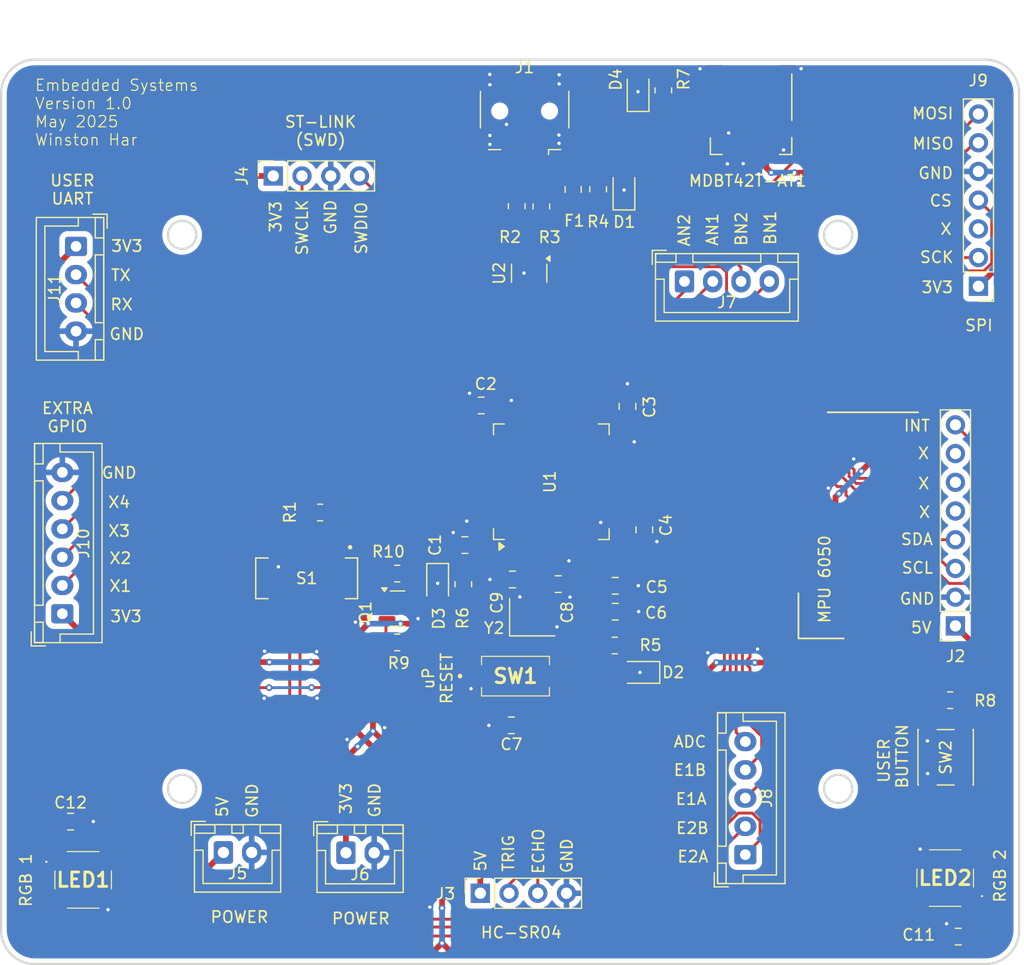
<source format=kicad_pcb>
(kicad_pcb (version 20241229) (generator "pcbnew") (generator_version "9.0")
  (layers (0 "F.Cu" signal) (2 "B.Cu" signal) (13 "F.Paste" user) (15 "B.Paste" user) (5 "F.SilkS" user "F.Silkscreen") (7 "B.SilkS" user "B.Silkscreen") (1 "F.Mask" user) (3 "B.Mask" user) (25 "Edge.Cuts" user))
  (net 0 "")
  (net 2 "/PS2_SCK")
  (net 3 "/PS2_MISO")
  (net 5 "/PS2_CS")
  (net 6 "/PS2_MOSI")
  (net 7 "Net-(U1-PA1)")
  (net 9 "/X4")
  (net 10 "/X3")
  (net 11 "/X1")
  (net 12 "/X2")
  (net 13 "/USER_TX")
  (net 16 "/USER_RX")
  (net 21 "/RESET")
  (net 28 "+3V3")
  (net 29 "GND")
  (net 33 "Net-(R1-Pad2)")
  (net 34 "/BOOT")
  (net 35 "/OSC_OUT")
  (net 36 "/OSC_IN")
  (net 37 "Net-(D1-A)")
  (net 39 "/D+")
  (net 40 "/D-")
  (net 41 "Net-(J1-VBUS)")
  (net 42 "/USB_CONN_D+")
  (net 43 "/USB_CONN_D-")
  (net 44 "Vusb")
  (net 45 "/USB_D+")
  (net 46 "/USB_D-")
  (net 47 "Net-(D2-A)")
  (net 48 "Net-(D3-A)")
  (net 49 "/USER_LED")
  (net 51 "+5V")
  (net 52 "/IMU_INT")
  (net 54 "/IMU_I2C_SCL")
  (net 56 "/IMU_I2C_SDA")
  (net 65 "Net-(D4-A)")
  (net 66 "/BL_WAKEUP")
  (net 67 "/BL_RX")
  (net 68 "/BL_TX")
  (net 69 "Net-(MDBT42T-AT1-INDICATOR)")
  (net 70 "/ULTRA_TRIG")
  (net 71 "/ULTRA_ECHO")
  (net 72 "/SWCLK")
  (net 73 "/SWDIO")
  (net 74 "/uBUTTON")
  (net 75 "/BN1")
  (net 76 "/AN1")
  (net 77 "/AN2")
  (net 78 "/BN2")
  (net 79 "/E2A")
  (net 80 "/E2B")
  (net 81 "/E1A")
  (net 82 "/E1B")
  (net 83 "/PWR_ADC")
  (net 84 "Net-(LED1-DOUT)")
  (net 85 "Net-(LED1-DIN)")
  (net 87 "/RGB_DIN")
  (footprint "Resistor_SMD:R_0805_2012Metric_Pad1.20x1.40mm_HandSolder" (layer "F.Cu") (at 137.68 42.715 -90)
    (property "Reference" "R2")
    (property "Value" "22")
  )
  (footprint "Package_QFP:LQFP-64_10x10mm_P0.5mm" (layer "F.Cu") (at 140.74 67.085 90)
    (property "Reference" "U1")
    (property "Value" "STM32F103RCTx")
  )
  (footprint "Resistor_SMD:R_0805_2012Metric_Pad1.20x1.40mm_HandSolder" (layer "F.Cu") (at 127.1175 81.3 180)
    (property "Reference" "R9")
    (property "Value" "10k")
  )
  (footprint "Resistor_SMD:R_0805_2012Metric_Pad1.20x1.40mm_HandSolder" (layer "F.Cu") (at 139.86 42.735 90)
    (property "Reference" "R3")
    (property "Value" "22")
  )
  (footprint "Capacitor_SMD:C_0805_2012Metric_Pad1.18x1.45mm_HandSolder" (layer "F.Cu") (at 98.2375 97.15)
    (property "Reference" "C12")
    (property "Value" "0.1uF")
  )
  (footprint "Connector_JST:JST_XH_B2B-XH-A_1x02_P2.50mm_Vertical" (layer "F.Cu") (at 122.58 99.9)
    (property "Reference" "J6")
    (property "Value" "CONN_3V3")
  )
  (footprint "Connector_PinHeader_2.54mm:PinHeader_1x07_P2.54mm_Vertical" (layer "F.Cu") (at 178.5 49.8 180)
    (property "Reference" "J9")
    (property "Value" "CONN_PS2")
  )
  (footprint "Connector_JST:JST_XH_B5B-XH-A_1x05_P2.50mm_Vertical" (layer "F.Cu") (at 157.89 100.07 90)
    (property "Reference" "J8")
    (property "Value" "CONN_HAL")
  )
  (footprint "Connector_PinSocket_2.54mm:PinSocket_1x08_P2.54mm_Vertical" (layer "F.Cu") (at 176.465 79.835 180)
    (property "Reference" "J2")
    (property "Value" "CONN_MPU6050")
  )
  (footprint "LED_SMD:LED_0805_2012Metric_Pad1.15x1.40mm_HandSolder" (layer "F.Cu") (at 148.41 32.475 90)
    (property "Reference" "D4")
    (property "Value" "BL_IND_LED")
  )
  (footprint "Package_TO_SOT_SMD:SOT-23" (layer "F.Cu") (at 127.1475 78.31)
    (property "Reference" "Q1")
    (property "Value" "BSS138")
  )
  (footprint "LED_SMD:LED_0805_2012Metric_Pad1.15x1.40mm_HandSolder" (layer "F.Cu") (at 130.69 76.18 -90)
    (property "Reference" "D3")
    (property "Value" "USER_LED")
  )
  (footprint "Resistor_SMD:R_0805_2012Metric_Pad1.20x1.40mm_HandSolder" (layer "F.Cu") (at 146.3475 81.57)
    (property "Reference" "R5")
    (property "Value" "10k")
  )
  (footprint "RGB_LED:INPI55TATPRPGPB" (layer "F.Cu") (at 99.35 102.3)
    (property "Reference" "LED1")
    (property "Value" "IN-PI55TATPRPGPB" (hide yes))
  )
  (footprint "Fuse:Fuse_0805_2012Metric_Pad1.15x1.40mm_HandSolder" (layer "F.Cu") (at 142.67 41.235 -90)
    (property "Reference" "F1")
    (property "Value" "PTCSMD")
  )
  (footprint "Capacitor_SMD:C_0805_2012Metric_Pad1.18x1.45mm_HandSolder" (layer "F.Cu") (at 137.3 75.73 180)
    (property "Reference" "C9")
    (property "Value" "22pF")
  )
  (footprint "Resistor_SMD:R_0805_2012Metric_Pad1.20x1.40mm_HandSolder" (layer "F.Cu") (at 127.1175 75.21 180)
    (property "Reference" "R10")
    (property "Value" "10k")
  )
  (footprint "Connector_PinSocket_2.54mm:PinSocket_1x04_P2.54mm_Vertical" (layer "F.Cu") (at 116.16 40.04 90)
    (property "Reference" "J4")
    (property "Value" "CONN_SWD")
  )
  (footprint "Resistor_SMD:R_0805_2012Metric_Pad1.20x1.40mm_HandSolder" (layer "F.Cu") (at 176 86.41)
    (property "Reference" "R8")
    (property "Value" "10k")
  )
  (footprint "Connector_JST:JST_XH_B4B-XH-A_1x04_P2.50mm_Vertical" (layer "F.Cu") (at 98.72 46.27 -90)
    (property "Reference" "J11")
    (property "Value" "CONN_UART")
  )
  (footprint "MDBT42T-AT:MDBT42T" (layer "F.Cu") (at 158.4 32.54)
    (property "Reference" "MDBT42T-AT1" (hide yes))
    (property "Value" "MDBT42T-AT" (hide yes))
  )
  (footprint "Capacitor_SMD:C_0805_2012Metric_Pad1.18x1.45mm_HandSolder" (layer "F.Cu") (at 134.54 60.34 180)
    (property "Reference" "C2")
    (property "Value" "0.1uF")
  )
  (footprint "Resistor_SMD:R_0805_2012Metric_Pad1.20x1.40mm_HandSolder" (layer "F.Cu") (at 132.96 76.15 -90)
    (property "Reference" "R6")
    (property "Value" "10k")
  )
  (footprint "Resistor_SMD:R_0805_2012Metric_Pad1.20x1.40mm_HandSolder" (layer "F.Cu") (at 150.64 32.475 90)
    (property "Reference" "R7")
    (property "Value" "10k")
  )
  (footprint "Capacitor_SMD:C_0805_2012Metric_Pad1.18x1.45mm_HandSolder" (layer "F.Cu") (at 148.96 71.34 -90)
    (property "Reference" "C4")
    (property "Value" "0.1uF")
  )
  (footprint "Package_TO_SOT_SMD:SOT-23-6" (layer "F.Cu") (at 138.78 48.6475 -90)
    (property "Reference" "U2")
    (property "Value" "USBLC6-2SC6")
  )
  (footprint "Capacitor_SMD:C_0805_2012Metric_Pad1.18x1.45mm_HandSolder" (layer "F.Cu") (at 146.39 76.29)
    (property "Reference" "C5")
    (property "Value" "0.1uF")
  )
  (footprint "Connector_PinSocket_2.54mm:PinSocket_1x04_P2.54mm_Vertical" (layer "F.Cu") (at 134.46 103.485 90)
    (property "Reference" "J3")
    (property "Value" "CONN_ULTRA")
  )
  (footprint "Connector_JST:JST_XH_B4B-XH-A_1x04_P2.50mm_Vertical" (layer "F.Cu") (at 152.51 49.37)
    (property "Reference" "J7")
    (property "Value" "CONN_DRIVE")
  )
  (footprint "Crystal:Crystal_SMD_Abracon_ABM8G-4Pin_3.2x2.5mm" (layer "F.Cu") (at 139.0525 79.07)
    (property "Reference" "Y2")
    (property "Value" "16MHz")
  )
  (footprint "SW_uP_Reset:SW_uP_Reset" (layer "F.Cu") (at 137.57 84.28)
    (property "Reference" "SW1")
    (property "Value" "SW_uP_Reset" (hide yes))
  )
  (footprint "Capacitor_SMD:C_0805_2012Metric_Pad1.18x1.45mm_HandSolder" (layer "F.Cu") (at 146.39 78.58)
    (property "Reference" "C6")
    (property "Value" "10uF")
  )
  (footprint "Connector_JST:JST_XH_B2B-XH-A_1x02_P2.50mm_Vertical" (layer "F.Cu") (at 111.75 99.875)
    (property "Reference" "J5")
    (property "Value" "CONN_5V")
  )
  (footprint "LED_SMD:LED_0805_2012Metric_Pad1.15x1.40mm_HandSolder" (layer "F.Cu") (at 148.4675 83.95 180)
    (property "Reference" "D2")
    (property "Value" "uP_PWR_LED")
  )
  (footprint "Capacitor_SMD:C_0805_2012Metric_Pad1.18x1.45mm_HandSolder" (layer "F.Cu") (at 133.1 72.69 180)
    (property "Reference" "C1")
    (property "Value" "0.1uF")
  )
  (footprint "RGB_LED:INPI55TATPRPGPB" (layer "F.Cu") (at 175.56 102.14 180)
    (property "Reference" "LED2")
    (property "Value" "IN-PI55TATPRPGPB" (hide yes))
  )
  (footprint "Capacitor_SMD:C_0805_2012Metric_Pad1.18x1.45mm_HandSolder" (layer "F.Cu") (at 141.35 76.14)
    (property "Reference" "C8")
    (property "Value" "22pF")
  )
  (footprint "Resistor_SMD:R_0805_2012Metric_Pad1.20x1.40mm_HandSolder" (layer "F.Cu") (at 120.3 69.81 180)
    (property "Reference" "R1")
    (property "Value" "10k")
  )
  (footprint "Connector_JST:JST_XH_B6B-XH-A_1x06_P2.50mm_Vertical" (layer "F.Cu") (at 97.51 78.76 90)
    (property "Reference" "J10")
    (property "Value" "CONN_TRACK")
  )
  (footprint "Capacitor_SMD:C_0805_2012Metric_Pad1.18x1.45mm_HandSolder" (layer "F.Cu") (at 147.47 60.42 90)
    (property "Reference" "C3")
    (property "Value" "0.1uF")
  )
  (footprint "Button_Switch_SMD:SW_SPST_PTS647_Sx50" (layer "F.Cu") (at 175.6 91.46 -90)
    (property "Reference" "SW2")
    (property "Value" "SW_USER")
  )
  (footprint "LED_SMD:LED_0805_2012Metric_Pad1.15x1.40mm_HandSolder" (layer "F.Cu") (at 147.16 41.185 90)
    (property "Reference" "D1")
    (property "Value" "USB_PWR_LED")
  )
  (footprint "SW_uP_Boot:SW_uP_Boot" (layer "F.Cu") (at 119.11 75.63 180)
    (property "Reference" "S1")
    (property "Value" "JS202011SCQN")
  )
  (footprint "Capacitor_SMD:C_0805_2012Metric_Pad1.18x1.45mm_HandSolder" (layer "F.Cu") (at 176.71 107.32 180)
    (property "Reference" "C11")
    (property "Value" "0.1uF")
  )
  (footprint "Connector_USB:USB_Mini-B_Lumberg_2486_01_Horizontal" (layer "F.Cu") (at 138.38 34.3 180)
    (property "Reference" "J1")
    (property "Value" "USB_B_Mini")
  )
  (footprint "Capacitor_SMD:C_0805_2012Metric_Pad1.18x1.45mm_HandSolder" (layer "F.Cu") (at 137.21 88.63 180)
    (property "Reference" "C7")
    (property "Value" "0.01uF")
  )
  (footprint "Resistor_SMD:R_0805_2012Metric_Pad1.20x1.40mm_HandSolder" (layer "F.Cu") (at 144.88 41.215 90)
    (property "Reference" "R4")
    (property "Value" "10k")
  )
  (gr_line (start 162.585 80.945) (end 166.585 80.945) (stroke (width 0.15)) (layer "F.SilkS"))
  (gr_line (start 162.585 80.945) (end 162.585 76.945) (stroke (width 0.15)) (layer "F.SilkS"))
  (gr_line (start 173.165 60.945) (end 165.165 60.945) (stroke (width 0.15)) (layer "F.SilkS"))
  (gr_arc (start 179.1 29.750001) (mid 181.22132 30.628681) (end 182.1 32.750001) (stroke (width 0.2)) (layer "Edge.Cuts"))
  (gr_arc (start 182.1 106.750001) (mid 181.22132 108.871321) (end 179.1 109.750001) (stroke (width 0.2)) (layer "Edge.Cuts"))
  (gr_line (start 179.1 29.750001) (end 95.100001 29.750001) (stroke (width 0.2)) (layer "Edge.Cuts"))
  (gr_circle (center 108.1 94.250001) (end 109.35 94.250001) (stroke (width 0.2)) (fill no) (layer "Edge.Cuts"))
  (gr_circle (center 108.1 45.250001) (end 109.35 45.250001) (stroke (width 0.2)) (fill no) (layer "Edge.Cuts"))
  (gr_line (start 179.1 109.750001) (end 95.100001 109.750001) (stroke (width 0.2)) (layer "Edge.Cuts"))
  (gr_arc (start 95.100001 109.750001) (mid 92.97868 108.871321) (end 92.1 106.75) (stroke (width 0.2)) (layer "Edge.Cuts"))
  (gr_arc (start 92.1 32.750002) (mid 92.97868 30.628681) (end 95.100001 29.750001) (stroke (width 0.2)) (layer "Edge.Cuts"))
  (gr_line (start 182.1 106.750001) (end 182.1 32.750001) (stroke (width 0.2)) (layer "Edge.Cuts"))
  (gr_circle (center 166.1 94.250001) (end 167.35 94.250001) (stroke (width 0.2)) (fill no) (layer "Edge.Cuts"))
  (gr_circle (center 166.1 45.250001) (end 167.35 45.250001) (stroke (width 0.2)) (fill no) (layer "Edge.Cuts"))
  (gr_line (start 92.1 106.75) (end 92.1 32.750002) (stroke (width 0.2)) (layer "Edge.Cuts"))
  (gr_text "5V" (at 111.65 95.84 90) (layer "F.SilkS") (effects (font (size 1 1))))
  (gr_text "X2" (at 102.65 73.85 0) (layer "F.SilkS") (effects (font (size 1 1))))
  (gr_text "ECHO" (at 139.6 99.77 90) (layer "F.SilkS") (effects (font (size 1 1))))
  (gr_text "E1B" (at 153 92.59 0) (layer "F.SilkS") (effects (font (size 1 1))))
  (gr_text "AN1" (at 154.98 44.77 90) (layer "F.SilkS") (effects (font (size 1 1))))
  (gr_text "X" (at 173.73 69.78 0) (layer "F.SilkS") (effects (font (size 1 1))))
  (gr_text "GND" (at 121.22 43.68 90) (layer "F.SilkS") (effects (font (size 1 1))))
  (gr_text "MOSI" (at 174.46 34.51 0) (layer "F.SilkS") (effects (font (size 1 1))))
  (gr_text "3V3" (at 103.22 46.24 0) (layer "F.SilkS") (effects (font (size 1 1))))
  (gr_text "E2A" (at 153.25 100.25 0) (layer "F.SilkS") (effects (font (size 1 1))))
  (gr_text "TX" (at 102.68 48.82 0) (layer "F.SilkS") (effects (font (size 1 1))))
  (gr_text "GND" (at 103.21 54.03 0) (layer "F.SilkS") (effects (font (size 1 1))))
  (gr_text "HC-SR04" (at 138.08 106.96 0) (layer "F.SilkS") (effects (font (size 1 1))))
  (gr_text "3V3" (at 116.37 43.65 90) (layer "F.SilkS") (effects (font (size 1 1))))
  (gr_text "E1A" (at 153.1 95.15 0) (layer "F.SilkS") (effects (font (size 1 1))))
  (gr_text "X" (at 175.63 44.74 0) (layer "F.SilkS") (effects (font (size 1 1))))
  (gr_text "RX" (at 102.75 51.41 0) (layer "F.SilkS") (effects (font (size 1 1))))
  (gr_text "X4" (at 102.54 68.9 0) (layer "F.SilkS") (effects (font (size 1 1))))
  (gr_text "SCL" (at 173.1 74.7 0) (layer "F.SilkS") (effects (font (size 1 1))))
  (gr_text "SDA" (at 173.06 72.18 0) (layer "F.SilkS") (effects (font (size 1 1))))
  (gr_text "POWER" (at 123.9 105.72 0) (layer "F.SilkS") (effects (font (size 1 1))))
  (gr_text "GND" (at 125.12 95.26 90) (layer "F.SilkS") (effects (font (size 1 1))))
  (gr_text "3V3" (at 174.86 49.89 0) (layer "F.SilkS") (effects (font (size 1 1))))
  (gr_text "GND" (at 114.29 95.3 90) (layer "F.SilkS") (effects (font (size 1 1))))
  (gr_text "3V3" (at 103.14 79 0) (layer "F.SilkS") (effects (font (size 1 1))))
  (gr_text "MPU 6050" (at 165.485 79.685 90) (layer "F.SilkS") (effects (font (size 1 1)) (justify left bottom)))
  (gr_text "ADC" (at 153 90.09 0) (layer "F.SilkS") (effects (font (size 1 1))))
  (gr_text "uP \nRESET " (at 130.68 84.1 90) (layer "F.SilkS") (effects (font (size 1 1))))
  (gr_text "RGB 1" (at 94.29 102.33 90) (layer "F.SilkS") (effects (font (size 1 1))))
  (gr_text "5V" (at 173.45 79.99 0) (layer "F.SilkS") (effects (font (size 1 1))))
  (gr_text "INT" (at 173.06 62.13 0) (layer "F.SilkS") (effects (font (size 1 1))))
  (gr_text "SWDIO" (at 123.94 44.66 90) (layer "F.SilkS") (effects (font (size 1 1))))
  (gr_text "GND" (at 173.08 77.44 0) (layer "F.SilkS") (effects (font (size 1 1))))
  (gr_text "3V3" (at 122.58 95.11 90) (layer "F.SilkS") (effects (font (size 1 1))))
  (gr_text "SCK" (at 174.81 47.23 0) (layer "F.SilkS") (effects (font (size 1 1))))
  (gr_text "USER\nUART" (at 98.4 41.25 0) (layer "F.SilkS") (effects (font (size 1 1))))
  (gr_text "TRIG" (at 136.95 99.95 90) (layer "F.SilkS") (effects (font (size 1 1))))
  (gr_text "EXTRA\nGPIO" (at 97.96 61.39 0) (layer "F.SilkS") (effects (font (size 1 1))))
  (gr_text "GND\n" (at 174.72 39.79 0) (layer "F.SilkS") (effects (font (size 1 1))))
  (gr_text "GND" (at 102.54 66.29 0) (layer "F.SilkS") (effects (font (size 1 1))))
  (gr_text "X3" (at 102.54 71.44 0) (layer "F.SilkS") (effects (font (size 1 1))))
  (gr_text "X1" (at 102.65 76.31 0) (layer "F.SilkS") (effects (font (size 1 1))))
  (gr_text "X" (at 173.66 67.24 0) (layer "F.SilkS") (effects (font (size 1 1))))
  (gr_text "CS" (at 175.17 42.23 0) (layer "F.SilkS") (effects (font (size 1 1))))
  (gr_text "USER \nBUTTON" (at 170.95 91.37 90) (layer "F.SilkS") (effects (font (size 1 1))))
  (gr_text "BN1" (at 160.1 44.63 90) (layer "F.SilkS") (effects (font (size 1 1))))
  (gr_text "Embedded Systems\nVersion 1.0\nMay 2025\nWinston Har" (at 95.03 37.43 0) (layer "F.SilkS") (effects (font (size 1 1) (thickness 0.1)) (justify left bottom)))
  (gr_text "MISO" (at 174.49 37.18 0) (layer "F.SilkS") (effects (font (size 1 1))))
  (gr_text "X" (at 173.64 64.57 0) (layer "F.SilkS") (effects (font (size 1 1))))
  (gr_text "SPI" (at 178.54 53.26 0) (layer "F.SilkS") (effects (font (size 1 1))))
  (gr_text "MDBT42T-AT1" (at 158.1 40.47 0) (layer "F.SilkS") (effects (font (size 1 1))))
  (gr_text "GND" (at 142.11 100.17 90) (layer "F.SilkS") (effects (font (size 1 1))))
  (gr_text "AN2" (at 152.49 44.83 90) (layer "F.SilkS") (effects (font (size 1 1))))
  (gr_text "SWCLK" (at 118.71 44.6 90) (layer "F.SilkS") (effects (font (size 1 1))))
  (gr_text "ST-LINK\n(SWD)" (at 120.34 36.06 0) (layer "F.SilkS") (effects (font (size 1 1))))
  (gr_text "5V" (at 134.48 100.64 90) (layer "F.SilkS") (effects (font (size 1 1))))
  (gr_text "POWER" (at 113.17 105.59 0) (layer "F.SilkS") (effects (font (size 1 1))))
  (gr_text "RGB 2" (at 180.4 101.94 90) (layer "F.SilkS") (effects (font (size 1 1))))
  (gr_text "E2B" (at 153.21 97.73 0) (layer "F.SilkS") (effects (font (size 1 1))))
  (gr_text "BN2" (at 157.54 44.72 90) (layer "F.SilkS") (effects (font (size 1 1))))
  (segment (start 143.99 61.41) (end 143.99 55.889598) (width 0.2) (layer "F.Cu") (net 2))
  (segment (start 143.99 55.889598) (end 144.089597 55.790001) (width 0.2) (layer "F.Cu") (net 2))
  (segment (start 169.300001 47.26) (end 160.77 55.790001) (width 0.254) (layer "F.Cu") (net 2))
  (segment (start 178.5 47.26) (end 169.300001 47.26) (width 0.254) (layer "F.Cu") (net 2))
  (segment (start 160.77 55.790001) (end 144.089597 55.790001) (width 0.254) (layer "F.Cu") (net 2))
  (segment (start 143.976935 55.060001) (end 160.2 55.060001) (width 0.254) (layer "F.Cu") (net 3))
  (segment (start 160.2 55.060001) (end 178.160001 37.1) (width 0.254) (layer "F.Cu") (net 3))
  (segment (start 178.160001 37.1) (end 178.5 37.1) (width 0.254) (layer "F.Cu") (net 3))
  (segment (start 143.49 61.41) (end 143.49 55.546936) (width 0.254) (layer "F.Cu") (net 3))
  (segment (start 143.49 55.546936) (end 143.976935 55.060001) (width 0.254) (layer "F.Cu") (net 3))
  (segment (start 169.852001 48.438) (end 178.987944 48.438) (width 0.254) (layer "F.Cu") (net 5))
  (segment (start 145.446129 56.790001) (end 161.5 56.790001) (width 0.254) (layer "F.Cu") (net 5))
  (segment (start 179.678 47.747944) (end 179.678 43.358) (width 0.254) (layer "F.Cu") (net 5))
  (segment (start 144.49 61.41) (end 144.49 57.74613) (width 0.2) (layer "F.Cu") (net 5))
  (segment (start 144.49 57.74613) (end 145.446129 56.790001) (width 0.2) (layer "F.Cu") (net 5))
  (segment (start 179.678 43.358) (end 178.5 42.18) (width 0.254) (layer "F.Cu") (net 5))
  (segment (start 178.987944 48.438) (end 179.678 47.747944) (width 0.254) (layer "F.Cu") (net 5))
  (segment (start 161.5 56.790001) (end 169.852001 48.438) (width 0.254) (layer "F.Cu") (net 5))
  (segment (start 159.730895 54.275) (end 167.978 46.027895) (width 0.254) (layer "F.Cu") (net 6))
  (segment (start 167.978 45.082) (end 178.5 34.56) (width 0.254) (layer "F.Cu") (net 6))
  (segment (start 144.118468 54.275) (end 159.730895 54.275) (width 0.254) (layer "F.Cu") (net 6))
  (segment (start 167.978 46.027895) (end 167.978 45.082) (width 0.254) (layer "F.Cu") (net 6))
  (segment (start 142.99 55.403468) (end 144.118468 54.275) (width 0.254) (layer "F.Cu") (net 6))
  (segment (start 142.99 61.41) (end 142.99 55.403468) (width 0.254) (layer "F.Cu") (net 6))
  (segment (start 143.99 72.76) (end 144.49 72.76) (width 0.254) (layer "F.Cu") (net 7))
  (segment (start 110.49 64.510001) (end 101.759999 64.510001) (width 0.254) (layer "F.Cu") (net 9))
  (segment (start 133.666057 65.070001) (end 111.05 65.070001) (width 0.254) (layer "F.Cu") (net 9))
  (segment (start 111.05 65.070001) (end 110.49 64.510001) (width 0.254) (layer "F.Cu") (net 9))
  (segment (start 134.007524 65.268) (end 133.962525 65.223) (width 0.254) (layer "F.Cu") (net 9))
  (segment (start 135.043 65.313) (end 134.195992 65.313) (width 0.254) (layer "F.Cu") (net 9))
  (segment (start 135.065 65.335) (end 135.043 65.313) (width 0.254) (layer "F.Cu") (net 9))
  (segment (start 134.150992 65.268) (end 134.007524 65.268) (width 0.254) (layer "F.Cu") (net 9))
  (segment (start 101.759999 64.510001) (end 97.51 68.76) (width 0.254) (layer "F.Cu") (net 9))
  (segment (start 133.819056 65.223) (end 133.666057 65.070001) (width 0.254) (layer "F.Cu") (net 9))
  (segment (start 133.962525 65.223) (end 133.819056 65.223) (width 0.254) (layer "F.Cu") (net 9))
  (segment (start 134.195992 65.313) (end 134.150992 65.268) (width 0.254) (layer "F.Cu") (net 9))
  (segment (start 133.962524 65.723) (end 133.819057 65.723) (width 0.254) (layer "F.Cu") (net 10))
  (segment (start 133.819052 65.722998) (end 133.786056 65.690001) (width 0.254) (layer "F.Cu") (net 10))
  (segment (start 133.786056 65.690001) (end 103.079999 65.690001) (width 0.254) (layer "F.Cu") (net 10))
  (segment (start 135.043 65.813) (end 134.195992 65.813) (width 0.254) (layer "F.Cu") (net 10))
  (segment (start 134.195992 65.813) (end 134.150992 65.768) (width 0.254) (layer "F.Cu") (net 10))
  (segment (start 134.150992 65.768) (end 134.007525 65.768) (width 0.254) (layer "F.Cu") (net 10))
  (segment (start 103.079999 65.690001) (end 97.51 71.26) (width 0.254) (layer "F.Cu") (net 10))
  (segment (start 133.819057 65.723) (end 133.819052 65.722998) (width 0.254) (layer "F.Cu") (net 10))
  (segment (start 135.065 65.835) (end 135.043 65.813) (width 0.254) (layer "F.Cu") (net 10))
  (segment (start 134.007525 65.768) (end 133.962524 65.723) (width 0.254) (layer "F.Cu") (net 10))
  (segment (start 135.065 66.835) (end 135.043 66.857) (width 0.254) (layer "F.Cu") (net 11))
  (segment (start 133.962991 67.090001) (end 106.679999 67.090001) (width 0.254) (layer "F.Cu") (net 11))
  (segment (start 106.679999 67.090001) (end 97.51 76.26) (width 0.254) (layer "F.Cu") (net 11))
  (segment (start 135.043 66.857) (end 134.195992 66.857) (width 0.254) (layer "F.Cu") (net 11))
  (segment (start 134.195992 66.857) (end 133.962991 67.090001) (width 0.254) (layer "F.Cu") (net 11))
  (segment (start 104.935 66.335) (end 97.51 73.76) (width 0.254) (layer "F.Cu") (net 12))
  (segment (start 135.065 66.335) (end 104.935 66.335) (width 0.254) (layer "F.Cu") (net 12))
  (segment (start 133.861534 63.550001) (end 113.500001 63.550001) (width 0.254) (layer "F.Cu") (net 13))
  (segment (start 135.043 64.313) (end 134.195992 64.313) (width 0.254) (layer "F.Cu") (net 13))
  (segment (start 133.962 63.650467) (end 133.861534 63.550001) (width 0.254) (layer "F.Cu") (net 13))
  (segment (start 133.962 64.079008) (end 133.962 63.650467) (width 0.254) (layer "F.Cu") (net 13))
  (segment (start 134.195992 64.313) (end 133.962 64.079008) (width 0.254) (layer "F.Cu") (net 13))
  (segment (start 135.065 64.335) (end 135.043 64.313) (width 0.254) (layer "F.Cu") (net 13))
  (segment (start 113.500001 63.550001) (end 98.72 48.77) (width 0.254) (layer "F.Cu") (net 13))
  (segment (start 134.150992 64.768) (end 134.007524 64.768) (width 0.254) (layer "F.Cu") (net 16))
  (segment (start 111.880001 64.430001) (end 98.72 51.27) (width 0.254) (layer "F.Cu") (net 16))
  (segment (start 134.007524 64.768) (end 133.669525 64.430001) (width 0.254) (layer "F.Cu") (net 16))
  (segment (start 133.669525 64.430001) (end 111.880001 64.430001) (width 0.254) (layer "F.Cu") (net 16))
  (segment (start 135.065 64.835) (end 135.043 64.813) (width 0.254) (layer "F.Cu") (net 16))
  (segment (start 135.043 64.813) (end 134.195992 64.813) (width 0.254) (layer "F.Cu") (net 16))
  (segment (start 134.195992 64.813) (end 134.150992 64.768) (width 0.254) (layer "F.Cu") (net 16))
  (segment (start 139.99 72.76) (end 139.99 74.066532) (width 0.254) (layer "F.Cu") (net 21))
  (segment (start 139.99 74.066532) (end 141.37 75.446532) (width 0.254) (layer "F.Cu") (net 21))
  (segment (start 140.92 84.28) (end 140.92 85.9575) (width 0.254) (layer "F.Cu") (net 21))
  (segment (start 141.868 79.659873) (end 141.868 83.332) (width 0.254) (layer "F.Cu") (net 21))
  (segment (start 141.37 79.161873) (end 141.868 79.659873) (width 0.254) (layer "F.Cu") (net 21))
  (segment (start 141.37 75.446532) (end 141.37 79.161873) (width 0.254) (layer "F.Cu") (net 21))
  (segment (start 141.868 83.332) (end 140.92 84.28) (width 0.254) (layer "F.Cu") (net 21))
  (segment (start 140.92 85.9575) (end 138.2475 88.63) (width 0.254) (layer "F.Cu") (net 21))
  (segment (start 159.735 39.302732) (end 160.177268 39.745) (width 0.508) (layer "F.Cu") (net 28))
  (segment (start 121.61 72.88) (end 121.61 74.95) (width 0.508) (layer "F.Cu") (net 28))
  (segment (start 147.295 63.335) (end 147.47 63.16) (width 0.254) (layer "F.Cu") (net 28))
  (segment (start 144.305 80.025001) (end 145.3525 78.977501) (width 0.508) (layer "F.Cu") (net 28))
  (segment (start 151.18 87.23) (end 142.3 87.23) (width 0.508) (layer "F.Cu") (net 28))
  (segment (start 95.315 83.035) (end 94.08 81.8) (width 0.508) (layer "F.Cu") (net 28))
  (segment (start 133.78 71.21) (end 133.78 72.3325) (width 0.254) (layer "F.Cu") (net 28))
  (segment (start 145.3475 81.57) (end 145.3475 84.1825) (width 0.508) (layer "F.Cu") (net 28))
  (segment (start 180.7 53.6) (end 180.7 47.6) (width 0.508) (layer "F.Cu") (net 28))
  (segment (start 145.3525 78.58) (end 145.3525 76.29) (width 0.508) (layer "F.Cu") (net 28))
  (segment (start 101.785 83.035) (end 95.315 83.035) (width 0.508) (layer "F.Cu") (net 28))
  (segment (start 160.95 83.08) (end 165.86 78.17) (width 0.508) (layer "F.Cu") (net 28))
  (segment (start 135.6475 60.27) (end 135.5775 60.34) (width 0.254) (layer "F.Cu") (net 28))
  (segment (start 148.4925 69.835) (end 148.96 70.3025) (width 0.254) (layer "F.Cu") (net 28))
  (segment (start 165.86 68.44) (end 166.161644 68.138356) (width 0.508) (layer "F.Cu") (net 28))
  (segment (start 180.7 33.66) (end 180.7 47.6) (width 0.508) (layer "F.Cu") (net 28))
  (segment (start 145.3525 78.977501) (end 145.3525 78.58) (width 0.508) (layer "F.Cu") (net 28))
  (segment (start 128.296826 79.646826) (end 129.1725 80.5225) (width 0.508) (layer "F.Cu") (net 28))
  (segment (start 179.71 32.67) (end 180.7 33.66) (width 0.508) (layer "F.Cu") (net 28))
  (segment (start 180.7 47.6) (end 178.5 49.8) (width 0.508) (layer "F.Cu") (net 28))
  (segment (start 147.47 63.16) (end 147.47 61.4575) (width 0.254) (layer "F.Cu") (net 28))
  (segment (start 159.735 38.677268) (end 159.735 39.302732) (width 0.508) (layer "F.Cu") (net 28))
  (segment (start 142.99 72.76) (end 142.99 70.305) (width 0.254) (layer "F.Cu") (net 28))
  (segment (start 101.785 83.035) (end 97.51 78.76) (width 0.508) (layer "F.Cu") (net 28))
  (segment (start 94.08 50.91) (end 94.08 46.14) (width 0.508) (layer "F.Cu") (net 28))
  (segment (start 121.61 74.95) (end 124.1 77.44) (width 0.508) (layer "F.Cu") (net 28))
  (segment (start 142.99 70.305) (end 142.52 69.835) (width 0.254) (layer "F.Cu") (net 28))
  (segment (start 144.305 85.225001) (end 144.305 80.025001) (width 0.508) (layer "F.Cu") (net 28))
  (segment (start 123.62 90.5) (end 122.58 91.54) (width 0.508) (layer "F.Cu") (net 28))
  (segment (start 165.86 78.17) (end 165.86 68.44) (width 0.508) (layer "F.Cu") (net 28))
  (segment (start 164.28 86.41) (end 175 86.41) (width 0.508) (layer "F.Cu") (net 28))
  (segment (start 136.66 60.27) (end 135.6475 60.27) (width 0.254) (layer "F.Cu") (net 28))
  (segment (start 136.99 61.41) (end 136.99 60.6) (width 0.254) (layer "F.Cu") (net 28))
  (segment (start 129.1725 80.5225) (end 129.1725 84.1475) (width 0.508) (layer "F.Cu") (net 28))
  (segment (start 126.18 90.33) (end 139.2 90.33) (width 0.508) (layer "F.Cu") (net 28))
  (segment (start 155.33 83.08) (end 151.18 87.23) (width 0.508) (layer "F.Cu") (net 28))
  (segment (start 144.93 69.385) (end 144.48 69.835) (width 0.254) (layer "F.Cu") (net 28))
  (segment (start 142.99 73.9275) (end 145.3525 76.29) (width 0.254) (layer "F.Cu") (net 28))
  (segment (start 159.8 38.612268) (end 159.735 38.677268) (width 0.508) (layer "F.Cu") (net 28))
  (segment (start 124.97 89.15) (end 125 89.15) (width 0.508) (layer "F.Cu") (net 28))
  (segment (start 94.08 50.91) (end 98.72 46.27) (width 0.508) (layer "F.Cu") (net 28))
  (segment (start 145.155 63.335) (end 144.93 63.56) (width 0.254) (layer "F.Cu") (net 28))
  (segment (start 159.8 37.74) (end 159.8 38.612268) (width 0.508) (layer "F.Cu") (net 28))
  (segment (start 124.18 77.36) (end 126.21 77.36) (width 0.508) (layer "F.Cu") (net 28))
  (segment (start 100.18 40.04) (end 116.16 40.04) (width 0.508) (layer "F.Cu") (net 28))
  (segment (start 170.129999 39.750001) (end 177.21 32.67) (width 0.508) (layer "F.Cu") (net 28))
  (segment (start 124.1 77.44) (end 124.18 77.36) (width 0.508) (layer "F.Cu") (net 28))
  (segment (start 136.99 60.6) (end 136.66 60.27) (width 0.254) (layer "F.Cu") (net 28))
  (segment (start 144.305 85.225001) (end 142.3 87.23) (width 0.508) (layer "F.Cu") (net 28))
  (segment (start 124.18 79.26) (end 124.18 77.36) (width 0.508) (layer "F.Cu") (net 28))
  (segment (start 133.78 72.3325) (end 134.1375 72.69) (width 0.254) (layer "F.Cu") (net 28))
  (segment (start 139.2 90.33) (end 142.3 87.23) (width 0.508) (layer "F.Cu") (net 28))
  (segment (start 168.141824 66.158176) (end 180.7 53.6) (width 0.508) (layer "F.Cu") (net 28))
  (segment (start 144.48 69.835) (end 142.52 69.835) (width 0.254) (layer "F.Cu") (net 28))
  (segment (start 129.1725 84.1475) (end 124.97 88.35) (width 0.508) (layer "F.Cu") (net 28))
  (segment (start 144.93 63.56) (end 144.93 69.385) (width 0.254) (layer "F.Cu") (net 28))
  (segment (start 137.615 69.835) (end 136.99 69.21) (width 0.254) (layer "F.Cu") (net 28))
  (segment (start 101.785 83.035) (end 101.790001 83.040001) (width 0.508) (layer "F.Cu") (net 28))
  (segment (start 124.1 77.44) (end 126.1175 75.4225) (width 0.508) (layer "F.Cu") (net 28))
  (segment (start 101.790001 83.040001) (end 115.82 83.040001) (width 0.508) (layer "F.Cu") (net 28))
  (segment (start 136.99 69.21) (end 136.99 61.41) (width 0.254) (layer "F.Cu") (net 28))
  (segment (start 94.08 46.14) (end 100.18 40.04) (width 0.508) (layer "F.Cu") (net 28))
  (segment (start 124.56 79.64) (end 124.18 79.26) (width 0.508) (layer "F.Cu") (net 28))
  (segment (start 142.99 72.76) (end 142.99 73.9275) (width 0.254) (layer "F.Cu") (net 28))
  (segment (start 160.95 83.08) (end 164.28 86.41) (width 0.508) (layer "F.Cu") (net 28))
  (segment (start 145.3475 78.585) (end 145.3525 78.58) (width 0.508) (layer "F.Cu") (net 28))
  (segment (start 136.99 69.21) (end 136.99 70.45) (width 0.254) (layer "F.Cu") (net 28))
  (segment (start 121.159999 83.040001) (end 124.56 79.64) (width 0.508) (layer "F.Cu") (net 28))
  (segment (start 94.08 81.8) (end 94.08 50.91) (width 0.508) (layer "F.Cu") (net 28))
  (segment (start 125 89.15) (end 126.18 90.33) (width 0.508) (layer "F.Cu") (net 28))
  (segment (start 134.155 70.835) (end 133.78 71.21) (width 0.254) (layer "F.Cu") (net 28))
  (segment (start 126.1175 75.4225) (end 126.1175 75.21) (width 0.508) (layer "F.Cu") (net 28))
  (segment (start 146.415 69.835) (end 148.4925 69.835) (width 0.254) (layer "F.Cu") (net 28))
  (segment (start 146.415 63.335) (end 147.295 63.335) (width 0.254) (layer "F.Cu") (net 28))
  (segment (start 119.48 83.040001) (end 121.159999 83.040001) (width 0.508) (layer "F.Cu") (net 28))
  (segment (start 124.97 88.35) (end 124.97 89.15) (width 0.508) (layer "F.Cu") (net 28))
  (segment (start 122.58 91.54) (end 122.58 99.9) (width 0.508) (layer "F.Cu") (net 28))
  (segment (start 162.23 39.750001) (end 170.129999 39.750001) (width 0.508) (layer "F.Cu") (net 28))
  (segment (start 136.605 70.835) (end 135.065 70.835) (width 0.254) (layer "F.Cu") (net 28))
  (segment (start 146.415 69.835) (end 144.48 69.835) (width 0.254) (layer "F.Cu") (net 28))
  (segment (start 135.065 70.835) (end 134.155 70.835) (width 0.254) (layer "F.Cu") (net 28))
  (segment (start 146.415 63.335) (end 145.155 63.335) (width 0.254) (layer "F.Cu") (net 28))
  (segment (start 127.405926 79.646826) (end 128.296826 79.646826) (width 0.508) (layer "F.Cu") (net 28))
  (segment (start 158.717 83.08) (end 160.95 83.08) (width 0.508) (layer "F.Cu") (net 28))
  (segment (start 142.52 69.835) (end 137.615 69.835) (width 0.254) (layer "F.Cu") (net 28))
  (segment (start 145.3475 84.1825) (end 144.305 85.225001) (width 0.508) (layer "F.Cu") (net 28))
  (segment (start 177.21 32.67) (end 179.71 32.67) (width 0.508) (layer "F.Cu") (net 28))
  (segment (start 136.99 70.45) (end 136.605 70.835) (width 0.254) (layer "F.Cu") (net 28))
  (via (at 155.33 83.08) (size 0.6) (drill 0.3) (layers "F.Cu" "B.Cu") (net 28))
  (via (at 160.177268 39.745) (size 0.6) (drill 0.3) (layers "F.Cu" "B.Cu") (net 28))
  (via (at 127.405926 79.646826) (size 0.6) (drill 0.3) (layers "F.Cu" "B.Cu") (net 28))
  (via (at 166.161644 68.138356) (size 0.6) (drill 0.3) (layers "F.Cu" "B.Cu") (net 28))
  (via (at 168.141824 66.158176) (size 0.6) (drill 0.3) (layers "F.Cu" "B.Cu") (net 28))
  (via (at 124.97 89.15) (size 0.6) (drill 0.3) (layers "F.Cu" "B.Cu") (net 28))
  (via (at 158.717 83.08) (size 0.6) (drill 0.3) (layers "F.Cu" "B.Cu") (net 28))
  (via (at 115.82 83.040001) (size 0.6) (drill 0.3) (layers "F.Cu" "B.Cu") (net 28))
  (via (at 162.23 39.750001) (size 0.6) (drill 0.3) (layers "F.Cu" "B.Cu") (net 28))
  (via (at 119.48 83.040001) (size 0.6) (drill 0.3) (layers "F.Cu" "B.Cu") (net 28))
  (via (at 123.62 90.5) (size 0.6) (drill 0.3) (layers "F.Cu" "B.Cu") (net 28))
  (via (at 124.56 79.64) (size 0.6) (drill 0.3) (layers "F.Cu" "B.Cu") (net 28))
  (segment (start 155.33 83.08) (end 158.717 83.08) (width 0.508) (layer "B.Cu") (net 28))
  (segment (start 119.48 83.040001) (end 115.82 83.040001) (width 0.508) (layer "B.Cu") (net 28))
  (segment (start 162.224999 39.745) (end 162.23 39.750001) (width 0.508) (layer "B.Cu") (net 28))
  (segment (start 124.56 79.64) (end 127.3991 79.64) (width 0.508) (layer "B.Cu") (net 28))
  (segment (start 127.3991 79.64) (end 127.405926 79.646826) (width 0.508) (layer "B.Cu") (net 28))
  (segment (start 166.161644 68.138356) (end 168.141824 66.158176) (width 0.508) (layer "B.Cu") (net 28))
  (segment (start 160.177268 39.745) (end 162.224999 39.745) (width 0.508) (layer "B.Cu") (net 28))
  (segment (start 124.97 89.15) (end 123.62 90.5) (width 0.508) (layer "B.Cu") (net 28))
  (segment (start 145.465 70.335) (end 145.11 70.69) (width 0.254) (layer "F.Cu") (net 29))
  (segment (start 137.96 77.27) (end 137.96 78.2125) (width 0.508) (layer "F.Cu") (net 29))
  (segment (start 148.43 76.28) (end 147.4375 76.28) (width 0.508) (layer "F.Cu") (net 29))
  (segment (start 173.36 99.59) (end 173.35 99.58) (width 0.508) (layer "F.Cu") (net 29))
  (segment (start 135.31 75.73) (end 136.2625 75.73) (width 0.508) (layer "F.Cu") (net 29))
  (segment (start 175.6725 106.1875) (end 175.68 106.18) (width 0.508) (layer "F.Cu") (net 29))
  (segment (start 100.24 97.15) (end 100.25 97.14) (width 0.508) (layer "F.Cu") (net 29))
  (segment (start 135.065 70.335) (end 133.495 70.335) (width 0.254) (layer "F.Cu") (net 29))
  (segment (start 174 88.835) (end 174 90) (width 0.508) (layer "F.Cu") (net 29))
  (segment (start 173.36 100.54) (end 173.36 99.59) (width 0.508) (layer "F.Cu") (net 29))
  (segment (start 137.96 78.2125) (end 137.9525 78.22) (width 0.508) (layer "F.Cu") (net 29))
  (segment (start 147.4375 78.57) (end 147.4275 78.58) (width 0.508) (layer "F.Cu") (net 29))
  (segment (start 141.24 79.92) (end 140.1525 79.92) (width 0.508) (layer "F.Cu") (net 29))
  (segment (start 136.1725 88.63) (end 135.23 88.63) (width 0.508) (layer "F.Cu") (net 29))
  (segment (start 138.78 48.17) (end 138.32 48.63) (width 0.254) (layer "F.Cu") (net 29))
  (segment (start 148.41 33.5) (end 148.41 32.595) (width 0.508) (layer "F.Cu") (net 29))
  (segment (start 138.78 47.51) (end 138.78 48.17) (width 0.254) (layer "F.Cu") (net 29))
  (segment (start 135.23 88.63) (end 135.22 88.64) (width 0.508) (layer "F.Cu") (net 29))
  (segment (start 133.51 60.3325) (end 133.5025 60.34) (width 0.508) (layer "F.Cu") (net 29))
  (segment (start 137.49 61.41) (end 137.49 60.18) (width 0.254) (layer "F.Cu") (net 29))
  (segment (start 133.495 70.335) (end 133.26 70.57) (width 0.254) (layer "F.Cu") (net 29))
  (segment (start 142.39 76.1425) (end 142.3875 76.14) (width 0.508) (layer "F.Cu") (net 29))
  (segment (start 161.27 37.740001) (end 160.500001 37.740001) (width 0.381) (layer "F.Cu") (net 29))
  (segment (start 137.49 60.18) (end 137.2 59.89) (width 0.254) (layer "F.Cu") (net 29))
  (segment (start 132.07 71.58) (end 132.07 72.6825) (width 0.508) (layer "F.Cu") (net 29))
  (segment (start 146.415 63.835) (end 147.795 63.835) (width 0.254) (layer "F.Cu") (net 29))
  (segment (start 132.07 72.6825) (end 132.0625 72.69) (width 0.508) (layer "F.Cu") (net 29))
  (segment (start 155.2 30.54) (end 155.18 30.56) (width 0.381) (layer "F.Cu") (net 29))
  (segment (start 147.795 63.835) (end 148.07 63.56) (width 0.254) (layer "F.Cu") (net 29))
  (segment (start 133.64 85.39) (end 133.64 84.86) (width 0.508) (layer "F.Cu") (net 29))
  (segment (start 174 94.085) (end 174 92.9) (width 0.508) (layer "F.Cu") (net 29))
  (segment (start 136.78 37) (end 136.78 35.48) (width 0.381) (layer "F.Cu") (net 29))
  (segment (start 116.61 74.61) (end 116.61 72.88) (width 0.508) (layer "F.Cu") (net 29))
  (segment (start 155.2 36.24) (end 156.42 36.24) (width 0.381) (layer "F.Cu") (net 29))
  (segment (start 155.18 30.56) (end 153.88 30.56) (width 0.381) (layer "F.Cu") (net 29))
  (segment (start 147.17 42.2) (end 147.16 42.21) (width 0.508) (layer "F.Cu") (net 29))
  (segment (start 174 90) (end 173.99 90.01) (width 0.508) (layer "F.Cu") (net 29))
  (segment (start 142.39 77.29) (end 142.39 76.1425) (width 0.508) (layer "F.Cu") (net 29))
  (segment (start 148.9625 72.38) (end 148.96 72.3775) (width 0.508) (layer "F.Cu") (net 29))
  (segment (start 130.69 76.07) (end 130.69 75.155) (width 0.508) (layer "F.Cu") (net 29))
  (segment (start 156.3 37.74) (end 156.3 38.97) (width 0.381) (layer "F.Cu") (net 29))
  (segment (start 157.7 37.74) (end 157.7 38.95) (width 0.381) (layer "F.Cu") (net 29))
  (segment (start 160.500001 37.740001) (end 160.5 37.74) (width 0.381) (layer "F.Cu") (net 29))
  (segment (start 147.47 58.42) (end 147.47 59.3825) (width 0.508) (layer "F.Cu") (net 29))
  (segment (start 142.49 72.76) (end 142.49 73.89) (width 0.254) (layer "F.Cu") (net 29))
  (segment (start 133.51 59.26) (end 133.51 60.3325) (width 0.508) (layer "F.Cu") (net 29))
  (segment (start 148.58 83.95) (end 149.4925 83.95) (width 0.508) (layer "F.Cu") (net 29))
  (segment (start 175.6725 107.32) (end 175.6725 106.1875) (width 0.508) (layer "F.Cu") (net 29))
  (segment (start 147.17 41.28) (end 147.17 42.2) (width 0.508) (layer "F.Cu") (net 29))
  (segment (start 133.64 84.86) (end 134.22 84.28) (width 0.508) (layer "F.Cu") (net 29))
  (segment (start 101.55 103.9) (end 101.55 104.94) (width 0.508) (layer "F.Cu") (net 29))
  (segment (start 142.49 73.89) (end 142.3 74.08) (width 0.254) (layer "F.Cu") (net 29))
  (segment (start 147.4375 76.28) (end 147.4275 76.29) (width 0.508) (layer "F.Cu") (net 29))
  (segment (start 146.415 70.335) (end 145.465 70.335) (width 0.254) (layer "F.Cu") (net 29))
  (segment (start 148.46 78.57) (end 147.4375 78.57) (width 0.508) (layer "F.Cu") (net 29))
  (segment (start 148.41 32.595) (end 148.4 32.585) (width 0.508) (layer "F.Cu") (net 29))
  (segment (start 161.6 30.54) (end 162.81 30.54) (width 0.381) (layer "F.Cu") (net 29))
  (segment (start 150.07 72.38) (end 148.9625 72.38) (width 0.508) (layer "F.Cu") (net 29))
  (segment (start 162.81 30.54) (end 162.82 30.55) (width 0.381) (layer "F.Cu") (net 29))
  (segment (start 99.275 97.15) (end 100.24 97.15) (width 0.508) (layer "F.Cu") (net 29))
  (via (at 135.3 31.06) (size 0.6) (drill 0.3) (layers "F.Cu" "B.Cu") (net 29))
  (via (at 135.31 31.97) (size 0.6) (drill 0.3) (layers "F.Cu" "B.Cu") (net 29))
  (via (at 122.68 89.88) (size 0.6) (drill 0.3) (layers "F.Cu" "B.Cu") (net 29))
  (via (at 138.32 48.63) (size 0.6) (drill 0.3) (layers "F.Cu" "B.Cu") (net 29))
  (via (at 101.55 104.94) (size 0.6) (drill 0.3) (layers "F.Cu" "B.Cu") (net 29))
  (via (at 136.78 35.48) (size 0.6) (drill 0.3) (layers "F.Cu" "B.Cu") (net 29))
  (via (at 137.2 59.89) (size 0.6) (drill 0.3) (layers "F.Cu" "B.Cu") (net 29))
  (via (at 135.31 36.46) (size 0.6) (drill 0.3) (layers "F.Cu" "B.Cu") (net 29))
  (via (at 128.96 79.19) (size 0.6) (drill 0.3) (layers "F.Cu" "B.Cu") (net 29))
  (via (at 100.25 97.14) (size 0.6) (drill 0.3) (layers "F.Cu" "B.Cu") (net 29))
  (via (at 148.43 76.28) (size 0.6) (drill 0.3) (layers "F.Cu" "B.Cu") (net 29))
  (via (at 158.97 81.89) (size 0.6) (drill 0.3) (layers "F.Cu" "B.Cu") (net 29))
  (via (at 133.26 70.57) (size 0.6) (drill 0.3) (layers "F.Cu" "B.Cu") (net 29))
  (via (at 161.27 37.740001) (size 0.6) (drill 0.3) (layers "F.Cu" "B.Cu") (net 29))
  (via (at 156.3 38.97) (size 0.6) (drill 0.3) (layers "F.Cu" "B.Cu") (net 29))
  (via (at 115.36 86.240001) (size 0.6) (drill 0.3) (layers "F.Cu" "B.Cu") (net 29))
  (via (at 162.6 40.690001) (size 0.6) (drill 0.3) (layers "F.Cu" "B.Cu") (net 29))
  (via (at 135.31 75.73) (size 0.6) (drill 0.3) (layers "F.Cu" "B.Cu") (net 29))
  (via (at 141.24 79.92) (size 0.6) (drill 0.3) (layers "F.Cu" "B.Cu") (net 29))
  (via (at 116.61 74.61) (size 0.6) (drill 0.3) (layers "F.Cu" "B.Cu") (net 29))
  (via (at 162.82 30.55) (size 0.6) (drill 0.3) (layers "F.Cu" "B.Cu") (net 29))
  (via (at 150.07 72.38) (size 0.6) (drill 0.3) (layers "F.Cu" "B.Cu") (net 29))
  (via (at 174 92.9) (size 0.6) (drill 0.3) (layers "F.Cu" "B.Cu") (net 29))
  (via (at 132.07 71.58) (size 0.6) (drill 0.3) (layers "F.Cu" "B.Cu") (net 29))
  (via (at 133.64 85.39) (size 0.6) (drill 0.3) (layers "F.Cu" "B.Cu") (net 29))
  (via (at 120.03 86.230001) (size 0.6) (drill 0.3) (layers "F.Cu" "B.Cu") (net 29))
  (via (at 141.41 36.42) (size 0.6) (drill 0.3) (layers "F.Cu" "B.Cu") (net 29))
  (via (at 145.11 70.69) (size 0.6) (drill 0.3) (layers "F.Cu" "B.Cu") (net 29))
  (via (at 173.35 99.58) (size 0.6) (drill 0.3) (layers "F.Cu" "B.Cu") (net 29))
  (via (at 154.57 82.21) (size 0.6) (drill 0.3) (layers "F.Cu" "B.Cu") (net 29))
  (via (at 126.01 88.84) (size 0.6) (drill 0.3) (layers "F.Cu" "B.Cu") (net 29))
  (via (at 159.07 39.880001) (size 0.6) (drill 0.3) (layers "F.Cu" "B.Cu") (net 29))
  (via (at 153.88 30.56) (size 0.6) (drill 0.3) (layers "F.Cu" "B.Cu") (net 29))
  (via (at 148.58 83.95) (size 0.6) (drill 0.3) (layers "F.Cu" "B.Cu") (net 29))
  (via (at 135.22 88.64) (size 0.6) (drill 0.3) (layers "F.Cu" "B.Cu") (net 29))
  (via (at 141.42 37.15) (size 0.6) (drill 0.3) (layers "F.Cu" "B.Cu") (net 29))
  (via (at 141.43 31.9) (size 0.6) (drill 0.3) (layers "F.Cu" "B.Cu") (net 29))
  (via (at 141.43 31.09) (size 0.6) (drill 0.3) (layers "F.Cu" "B.Cu") (net 29))
  (via (at 157.7 38.95) (size 0.6) (drill 0.3) (layers "F.Cu" "B.Cu") (net 29))
  (via (at 175.68 106.18) (size 0.6) (drill 0.3) (layers "F.Cu" "B.Cu") (net 29))
  (via (at 148.46 78.57) (size 0.6) (drill 0.3) (layers "F.Cu" "B.Cu") (net 29))
  (via (at 165.23 67.65) (size 0.6) (drill 0.3) (layers "F.Cu" "B.Cu") (net 29))
  (via (at 130 104.710001) (size 0.6) (drill 0.3) (layers "F.Cu" "B.Cu") (net 29))
  (via (at 137.96 77.27) (size 0.6) (drill 0.3) (layers "F.Cu" "B.Cu") (net 29))
  (via (at 167.47 65.07) (size 0.6) (drill 0.3) (layers "F.Cu" "B.Cu") (net 29))
  (via (at 148.07 63.56) (size 0.6) (drill 0.3) (layers "F.Cu" "B.Cu") (net 29))
  (via (at 148.4 32.585) (size 0.6) (drill 0.3) (layers "F.Cu" "B.Cu") (net 29))
  (via (at 156.42 36.24) (size 0.6) (drill 0.3) (layers "F.Cu" "B.Cu") (net 29))
  (via (at 130.69 76.07) (size 0.6) (drill 0.3) (layers "F.Cu" "B.Cu") (net 29))
  (via (at 133.51 59.26) (size 0.6) (drill 0.3) (layers "F.Cu" "B.Cu") (net 29))
  (via (at 142.39 77.29) (size 0.6) (drill 0.3) (layers "F.Cu" "B.Cu") (net 29))
  (via (at 120 82.110001) (size 0.6) (drill 0.3) (layers "F.Cu" "B.Cu") (net 29))
  (via (at 173.99 90.01) (size 0.6) (drill 0.3) (layers "F.Cu" "B.Cu") (net 29))
  (via (at 123.421006 79.505671) (size 0.6) (drill 0.3) (layers "F.Cu" "B.Cu") (net 29))
  (via (at 142.3 74.08) (size 0.6) (drill 0.3) (layers "F.Cu" "B.Cu") (net 29))
  (via (at 147.47 58.42) (size 0.6) (drill 0.3) (layers "F.Cu" "B.Cu") (net 29))
  (via (at 115.39 82.070001) (size 0.6) (drill 0.3) (layers "F.Cu" "B.Cu") (net 29))
  (via (at 135.31 37.25) (size 0.6) (drill 0.3) (layers "F.Cu" "B.Cu") (net 29))
  (via (at 147.17 41.28) (size 0.6) (drill 0.3) (layers "F.Cu" "B.Cu") (net 29))
  (segment (start 119.3 72.69) (end 119.11 72.88) (width 0.254) (layer "F.Cu") (net 33))
  (segment (start 119.3 69.81) (end 119.3 72.69) (width 0.254) (layer "F.Cu") (net 33))
  (segment (start 134.195992 68.857) (end 135.043 68.857) (width 0.254) (layer "F.Cu") (net 34))
  (segment (start 133.962 69.160001) (end 133.962 69.090992) (width 0.254) (layer "F.Cu") (net 34))
  (segment (start 121.3 69.81) (end 121.949999 69.160001) (width 0.254) (layer "F.Cu") (net 34))
  (segment (start 121.949999 69.160001) (end 133.962 69.160001) (width 0.254) (layer "F.Cu") (net 34))
  (segment (start 135.043 68.857) (end 135.065 68.835) (width 0.254) (layer "F.Cu") (net 34))
  (segment (start 133.962 69.090992) (end 134.195992 68.857) (width 0.254) (layer "F.Cu") (net 34))
  (segment (start 140.3125 75.0325) (end 140.3125 76.14) (width 0.254) (layer "F.Cu") (net 35))
  (segment (start 139.49 74.21) (end 140.3125 75.0325) (width 0.254) (layer "F.Cu") (net 35))
  (segment (start 140.3125 78.06) (end 140.1525 78.22) (width 0.254) (layer "F.Cu") (net 35))
  (segment (start 139.49 72.76) (end 139.49 74.21) (width 0.254) (layer "F.Cu") (net 35))
  (segment (start 140.3125 76.14) (end 140.3125 78.06) (width 0.254) (layer "F.Cu") (net 35))
  (segment (start 138.69 79.92) (end 139.03 79.58) (width 0.254) (layer "F.Cu") (net 36))
  (segment (start 137.9525 79.92) (end 138.69 79.92) (width 0.254) (layer "F.Cu") (net 36))
  (segment (start 138.99 73.83) (end 138.41 74.41) (width 0.254) (layer "F.Cu") (net 36))
  (segment (start 139.03 76.4225) (end 138.3375 75.73) (width 0.254) (layer "F.Cu") (net 36))
  (segment (start 138.41 74.41) (end 138.41 75.6575) (width 0.254) (layer "F.Cu") (net 36))
  (segment (start 139.03 79.58) (end 139.03 76.4225) (width 0.254) (layer "F.Cu") (net 36))
  (segment (start 138.99 72.76) (end 138.99 73.83) (width 0.254) (layer "F.Cu") (net 36))
  (segment (start 138.41 75.6575) (end 138.3375 75.73) (width 0.254) (layer "F.Cu") (net 36))
  (segment (start 147.105 40.215) (end 144.88 40.215) (width 0.508) (layer "F.Cu") (net 37))
  (segment (start 147.16 40.16) (end 147.105 40.215) (width 0.508) (layer "F.Cu") (net 37))
  (segment (start 138.555 38.675001) (end 138.555 40.095) (width 0.2) (layer "F.Cu") (net 39))
  (segment (start 138.38 38.500001) (end 138.555 38.675001) (width 0.2) (layer "F.Cu") (net 39))
  (segment (start 138.38 37) (end 138.38 38.500001) (width 0.2) (layer "F.Cu") (net 39))
  (segment (start 138.555 40.095) (end 137.68 40.97) (width 0.2) (layer "F.Cu") (net 39))
  (segment (start 137.68 40.97) (end 137.68 41.715) (width 0.2) (layer "F.Cu") (net 39))
  (segment (start 139.18 38.500001) (end 139.005 38.675001) (width 0.2) (layer "F.Cu") (net 40))
  (segment (start 139.005 40.095) (end 139.86 40.95) (width 0.2) (layer "F.Cu") (net 40))
  (segment (start 139.86 40.95) (end 139.86 41.735) (width 0.2) (layer "F.Cu") (net 40))
  (segment (start 139.18 37) (end 139.18 38.500001) (width 0.2) (layer "F.Cu") (net 40))
  (segment (start 139.005 38.675001) (end 139.005 40.095) (width 0.2) (layer "F.Cu") (net 40))
  (segment (start 139.98 37) (end 139.98 38.59) (width 0.381) (layer "F.Cu") (net 41))
  (segment (start 140.33 38.94) (end 142.3 38.94) (width 0.381) (layer "F.Cu") (net 41))
  (segment (start 142.3 38.94) (end 142.67 39.31) (width 0.381) (layer "F.Cu") (net 41))
  (segment (start 142.67 39.31) (end 142.67 40.21) (width 0.381) (layer "F.Cu") (net 41))
  (segment (start 139.98 38.59) (end 140.33 38.94) (width 0.381) (layer "F.Cu") (net 41))
  (segment (start 138.554999 45.998197) (end 137.83 46.723196) (width 0.2) (layer "F.Cu") (net 42))
  (segment (start 137.83 46.723196) (end 137.83 47.51) (width 0.2) (layer "F.Cu") (net 42))
  (segment (start 137.68 43.715) (end 138.554999 44.589999) (width 0.2) (layer "F.Cu") (net 42))
  (segment (start 138.554999 44.589999) (end 138.554999 45.998197) (width 0.2) (layer "F.Cu") (net 42))
  (segment (start 139.73 46.536802) (end 139.73 47.51) (width 0.2) (layer "F.Cu") (net 43))
  (segment (start 139.005001 45.811803) (end 139.73 46.536802) (width 0.2) (layer "F.Cu") (net 43))
  (segment (start 139.005001 44.589999) (end 139.005001 45.811803) (width 0.2) (layer "F.Cu") (net 43))
  (segment (start 139.86 43.735) (end 139.005001 44.589999) (width 0.2) (layer "F.Cu") (net 43))
  (segment (start 138.78 49.23) (end 139.34 48.67) (width 0.254) (layer "F.Cu") (net 44))
  (segment (start 140.960001 48.67) (end 142.67 46.960001) (width 0.254) (layer "F.Cu") (net 44))
  (segment (start 139.34 48.67) (end 140.960001 48.67) (width 0.254) (layer "F.Cu") (net 44))
  (segment (start 142.715 42.215) (end 142.67 42.26) (width 0.508) (layer "F.Cu") (net 44))
  (segment (start 142.67 46.960001) (end 142.67 42.26) (width 0.254) (layer "F.Cu") (net 44))
  (segment (start 144.88 42.215) (end 142.715 42.215) (width 0.508) (layer "F.Cu") (net 44))
  (segment (start 138.78 49.785) (end 138.78 49.23) (width 0.254) (layer "F.Cu") (net 44))
  (segment (start 137.83 50.778751) (end 137.83 49.785) (width 0.2) (layer "F.Cu") (net 45))
  (segment (start 138.49 60.247499) (end 138.515 60.222499) (width 0.2) (layer "F.Cu") (net 45))
  (segment (start 138.49 61.41) (end 138.49 60.247499) (width 0.2) (layer "F.Cu") (net 45))
  (segment (start 137.83 50.778751) (end 138.515 51.46375) (width 0.2) (layer "F.Cu") (net 45))
  (segment (start 138.515 60.222499) (end 138.515 51.46375) (width 0.2) (layer "F.Cu") (net 45))
  (segment (start 138.965 51.543751) (end 139.73 50.778751) (width 0.2) (layer "F.Cu") (net 46))
  (segment (start 138.99 60.247499) (end 138.965 60.222499) (width 0.2) (layer "F.Cu") (net 46))
  (segment (start 139.73 50.778751) (end 139.73 49.785) (width 0.2) (layer "F.Cu") (net 46))
  (segment (start 138.965 60.222499) (end 138.965 51.543751) (width 0.2) (layer "F.Cu") (net 46))
  (segment (start 138.99 61.41) (end 138.99 60.247499) (width 0.2) (layer "F.Cu") (net 46))
  (segment (start 147.3475 83.855) (end 147.4425 83.95) (width 0.508) (layer "F.Cu") (net 47))
  (segment (start 147.3475 81.57) (end 147.3475 83.855) (width 0.508) (layer "F.Cu") (net 47))
  (segment (start 130.745 77.15) (end 130.69 77.205) (width 0.254) (layer "F.Cu") (net 48))
  (segment (start 132.96 77.15) (end 130.745 77.15) (width 0.254) (layer "F.Cu") (net 48))
  (segment (start 137.49 73.607008) (end 136.420008 74.677) (width 0.254) (layer "F.Cu") (net 49))
  (segment (start 137.49 72.76) (end 137.49 73.607008) (width 0.254) (layer "F.Cu") (net 49))
  (segment (start 133.433 74.677) (end 132.96 75.15) (width 0.254) (layer "F.Cu") (net 49))
  (segment (start 136.420008 74.677) (end 133.433 74.677) (width 0.254) (layer "F.Cu") (net 49))
  (segment (start 175.86 104.932268) (end 176.567732 104.932268) (width 0.508) (layer "F.Cu") (net 51))
  (segment (start 130.401999 108.570001) (end 97.480001 108.570001) (width 0.508) (layer "F.Cu") (net 51))
  (segment (start 131.08 107.892) (end 130.401999 108.570001) (width 0.508) (layer "F.Cu") (net 51))
  (segment (start 176.497499 108.570001) (end 177.7475 107.32) (width 0.508) (layer "F.Cu") (net 51))
  (segment (start 98.365 101.915) (end 97.15 100.7) (width 0.508) (layer "F.Cu") (net 51))
  (segment (start 99.395 102.945) (end 98.365 101.915) (width 0.508) (layer "F.Cu") (net 51))
  (segment (start 108.68 102.945) (end 99.395 102.945) (width 0.508) (layer "F.Cu") (net 51))
  (segment (start 134.46 100.082268) (end 123.1 88.722268) (width 0.508) (layer "F.Cu") (net 51))
  (segment (start 134.457733 100.082268) (end 134.46 100.082268) (width 0.508) (layer "F.Cu") (net 51))
  (segment (start 179.66 83.03) (end 176.465 79.835) (width 0.508) (layer "F.Cu") (net 51))
  (segment (start 175.86 104.932268) (end 175.86 97.78) (width 0.508) (layer "F.Cu") (net 51))
  (segment (start 131.758001 108.570001) (end 172.11 108.570001) (width 0.508) (layer "F.Cu") (net 51))
  (segment (start 123.1 88.722268) (end 123.1 86.3175) (width 0.508) (layer "F.Cu") (net 51))
  (segment (start 98.365 101.915) (end 98.365 99.005) (width 0.508) (layer "F.Cu") (net 51))
  (segment (start 172.11 108.570001) (end 175.747733 104.932268) (width 0.508) (layer "F.Cu") (net 51))
  (segment (start 131.08 103.460001) (end 134.457733 100.082268) (width 0.508) (layer "F.Cu") (net 51))
  (segment (start 172.11 108.570001) (end 176.497499 108.570001) (width 0.508) (layer "F.Cu") (net 51))
  (segment (start 176.567732 104.932268) (end 177.76 103.74) (width 0.508) (layer "F.Cu") (net 51))
  (segment (start 98.38 98.99) (end 97.2 97.81) (width 0.508) (layer "F.Cu") (net 51))
  (segment (start 97.2 97.81) (end 97.2 97.15) (width 0.508) (layer "F.Cu") (net 51))
  (segment (start 177.7475 107.542501) (end 177.7475 107.32) (width 0.508) (layer "F.Cu") (net 51))
  (segment (start 123.1 86.3175) (end 128.1175 81.3) (width 0.508) (layer "F.Cu") (net 51))
  (segment (start 134.46 103.485) (end 134.46 100.082268) (width 0.508) (layer "F.Cu") (net 51))
  (segment (start 111.75 99.875) (end 108.68 102.945) (width 0.508) (layer "F.Cu") (net 51))
  (segment (start 98.365 99.005) (end 98.38 98.99) (width 0.508) (layer "F.Cu") (net 51))
  (segment (start 179.66 93.98) (end 179.66 83.03) (width 0.508) (layer "F.Cu") (net 51))
  (segment (start 131.08 104.800001) (end 131.08 103.460001) (width 0.508) (layer "F.Cu") (net 51))
  (segment (start 97.225 101.915) (end 98.365 101.915) (width 0.508) (layer "F.Cu") (net 51))
  (segment (start 96.05 107.14) (end 96.05 103.09) (width 0.508) (layer "F.Cu") (net 51))
  (segment (start 97.480001 108.570001) (end 96.05 107.14) (width 0.508) (layer "F.Cu") (net 51))
  (segment (start 96.05 103.09) (end 97.225 101.915) (width 0.508) (layer "F.Cu") (net 51))
  (segment (start 175.86 97.78) (end 179.66 93.98) (width 0.508) (layer "F.Cu") (net 51))
  (segment (start 131.08 107.892) (end 131.758001 108.570001) (width 0.508) (layer "F.Cu") (net 51))
  (segment (start 175.747733 104.932268) (end 175.86 104.932268) (width 0.508) (layer "F.Cu") (net 51))
  (via (at 131.08 107.892) (size 0.6) (drill 0.3) (layers "F.Cu" "B.Cu") (net 51))
  (via (at 131.08 104.800001) (size 0.6) (drill 0.3) (layers "F.Cu" "B.Cu") (net 51))
  (segment (start 131.08 107.892) (end 131.08 104.800001) (width 0.508) (layer "B.Cu") (net 51))
  (segment (start 146.437 65.357) (end 147.284008 65.357) (width 0.254) (layer "F.Cu") (net 52))
  (segment (start 177.23 76.08) (end 178.11 75.2) (width 0.254) (layer "F.Cu") (net 52))
  (segment (start 165.380001 65.570001) (end 175.89 76.08) (width 0.254) (layer "F.Cu") (net 52))
  (segment (start 146.415 65.335) (end 146.437 65.357) (width 0.254) (layer "F.Cu") (net 52))
  (segment (start 178.14 75.2) (end 178.14 63.73) (width 0.254) (layer "F.Cu") (net 52))
  (segment (start 175.89 76.08) (end 177.23 76.08) (width 0.254) (layer "F.Cu") (net 52))
  (segment (start 178.11 75.2) (end 178.14 75.2) (width 0.254) (layer "F.Cu") (net 52))
  (segment (start 178.14 63.73) (end 176.465 62.055) (width 0.254) (layer "F.Cu") (net 52))
  (segment (start 147.497009 65.570001) (end 165.380001 65.570001) (width 0.254) (layer "F.Cu") (net 52))
  (segment (start 147.284008 65.357) (end 147.497009 65.570001) (width 0.254) (layer "F.Cu") (net 52))
  (segment (start 167.058824 66.60677) (end 167.058824 66.222293) (width 0.254) (layer "F.Cu") (net 54))
  (segment (start 167.058824 66.222293) (end 165.671531 64.835) (width 0.254) (layer "F.Cu") (net 54))
  (segment (start 167.693229 67.241176) (end 167.058824 66.60677) (width 0.254) (layer "F.Cu") (net 54))
  (segment (start 175.894999 74.755) (end 168.381175 67.241176) (width 0.254) (layer "F.Cu") (net 54))
  (segment (start 168.381175 67.241176) (end 167.693229 67.241176) (width 0.254) (layer "F.Cu") (net 54))
  (segment (start 176.465 74.755) (end 175.894999 74.755) (width 0.254) (layer "F.Cu") (net 54))
  (segment (start 165.671531 64.835) (end 146.415 64.835) (width 0.254) (layer "F.Cu") (net 54))
  (segment (start 167.513824 66.418303) (end 167.881697 66.786176) (width 0.254) (layer "F.Cu") (net 56))
  (segment (start 148.518126 64.000001) (end 165.48 64.000001) (width 0.254) (layer "F.Cu") (net 56))
  (segment (start 165.48 64.000001) (end 167.513824 66.033825) (width 0.254) (layer "F.Cu") (net 56))
  (segment (start 148.085467 64.188) (end 148.330127 64.188) (width 0.254) (layer "F.Cu") (net 56))
  (segment (start 146.415 64.335) (end 146.437 64.313) (width 0.254) (layer "F.Cu") (net 56))
  (segment (start 146.437 64.313) (end 147.284008 64.313) (width 0.254) (layer "F.Cu") (net 56))
  (segment (start 147.307008 64.29) (end 147.983468 64.29) (width 0.254) (layer "F.Cu") (net 56))
  (segment (start 147.983468 64.29) (end 148.085467 64.188) (width 0.254) (layer "F.Cu") (net 56))
  (segment (start 169.156175 66.786176) (end 174.584999 72.215) (width 0.254) (layer "F.Cu") (net 56))
  (segment (start 147.284008 64.313) (end 147.307008 64.29) (width 0.254) (layer "F.Cu") (net 56))
  (segment (start 167.513824 66.033825) (end 167.513824 66.418303) (width 0.254) (layer "F.Cu") (net 56))
  (segment (start 167.881697 66.786176) (end 169.156175 66.786176) (width 0.254) (layer "F.Cu") (net 56))
  (segment (start 148.330127 64.188) (end 148.518126 64.000001) (width 0.254) (layer "F.Cu") (net 56))
  (segment (start 174.584999 72.215) (end 176.465 72.215) (width 0.254) (layer "F.Cu") (net 56))
  (segment (start 150.64 31.475) (end 148.435 31.475) (width 0.254) (layer "F.Cu") (net 65))
  (segment (start 148.435 31.475) (end 148.41 31.45) (width 0.254) (layer "F.Cu") (net 65))
  (segment (start 162.33 34.140001) (end 162.330001 34.14) (width 0.254) (layer "F.Cu") (net 66))
  (segment (start 140.49 53.120001) (end 152.84 40.770001) (width 0.254) (layer "F.Cu") (net 66))
  (segment (start 163.57 35.380001) (end 162.33 34.140001) (width 0.254) (layer "F.Cu") (net 66))
  (segment (start 152.84 40.770001) (end 160.15 40.770001) (width 0.254) (layer "F.Cu") (net 66))
  (segment (start 160.15 40.770001) (end 163.57 37.350001) (width 0.254) (layer "F.Cu") (net 66))
  (segment (start 162.330001 34.14) (end 155.2 34.14) (width 0.254) (layer "F.Cu") (net 66))
  (segment (start 140.49 61.41) (end 140.49 53.120001) (width 0.254) (layer "F.Cu") (net 66))
  (segment (start 163.57 37.350001) (end 163.57 35.380001) (width 0.254) (layer "F.Cu") (net 66))
  (segment (start 152.440467 37.345533) (end 154.246 35.54) (width 0.254) (layer "F.Cu") (net 67))
  (segment (start 139.99 61.41) (end 139.99 52.450001) (width 0.254) (layer "F.Cu") (net 67))
  (segment (start 139.99 52.450001) (end 152.440467 39.999534) (width 0.254) (layer "F.Cu") (net 67))
  (segment (start 152.440467 39.999534) (end 152.440467 37.345533) (width 0.254) (layer "F.Cu") (net 67))
  (segment (start 154.246 35.54) (end 155.2 35.54) (width 0.254) (layer "F.Cu") (net 67))
  (segment (start 151.59 39.750001) (end 151.59 36.860001) (width 0.254) (layer "F.Cu") (net 68))
  (segment (start 153.610001 34.84) (end 155.2 34.84) (width 0.254) (layer "F.Cu") (net 68))
  (segment (start 151.59 36.860001) (end 153.610001 34.84) (width 0.254) (layer "F.Cu") (net 68))
  (segment (start 139.49 61.41) (end 139.49 51.850001) (width 0.254) (layer "F.Cu") (net 68))
  (segment (start 139.49 51.850001) (end 151.59 39.750001) (width 0.254) (layer "F.Cu") (net 68))
  (segment (start 155.2 33.44) (end 150.675 33.44) (width 0.254) (layer "F.Cu") (net 69))
  (segment (start 150.675 33.44) (end 150.64 33.475) (width 0.254) (layer "F.Cu") (net 69))
  (segment (start 143.49 73.607008) (end 145.119992 75.237) (width 0.254) (layer "F.Cu") (net 70))
  (segment (start 156.04 82.203468) (end 156.04 83.680001) (width 0.254) (layer "F.Cu") (net 70))
  (segment (start 145.119992 75.237) (end 149.073532 75.237) (width 0.254) (layer "F.Cu") (net 70))
  (segment (start 156.04 83.680001) (end 137 102.720001) (width 0.254) (layer "F.Cu") (net 70))
  (segment (start 149.073532 75.237) (end 156.04 82.203468) (width 0.254) (layer "F.Cu") (net 70))
  (segment (start 143.49 72.76) (end 143.49 73.607008) (width 0.254) (layer "F.Cu") (net 70))
  (segment (start 137 102.720001) (end 137 103.485) (width 0.254) (layer "F.Cu") (net 70))
  (segment (start 139.54 101.588468) (end 139.54 103.485) (width 0.254) (layer "F.Cu") (net 71))
  (segment (start 156.56 84.568468) (end 139.54 101.588468) (width 0.254) (layer "F.Cu") (net 71))
  (segment (start 147.907 72.817001) (end 147.907 72.961342) (width 0.254) (layer "F.Cu") (net 71))
  (segment (start 148.382999 73.293) (end 156.56 81.470001) (width 0.254) (layer "F.Cu") (net 71))
  (segment (start 146.415 71.325001) (end 147.907 72.817001) (width 0.254) (layer "F.Cu") (net 71))
  (segment (start 156.56 81.470001) (end 156.56 84.568468) (width 0.254) (layer "F.Cu") (net 71))
  (segment (start 146.415 70.835) (end 146.415 71.325001) (width 0.254) (layer "F.Cu") (net 71))
  (segment (start 147.907 72.961342) (end 148.238658 73.293) (width 0.254) (layer "F.Cu") (net 71))
  (segment (start 148.238658 73.293) (end 148.382999 73.293) (width 0.254) (layer "F.Cu") (net 71))
  (segment (start 134.290001 63.335) (end 118.7 47.744999) (width 0.254) (layer "F.Cu") (net 72))
  (segment (start 118.7 47.744999) (end 118.7 40.04) (width 0.254) (layer "F.Cu") (net 72))
  (segment (start 135.065 63.335) (end 134.290001 63.335) (width 0.254) (layer "F.Cu") (net 72))
  (segment (start 137.99 61.41) (end 137.99 54.25) (width 0.254) (layer "F.Cu") (net 73))
  (segment (start 137.99 54.25) (end 123.78 40.04) (width 0.254) (layer "F.Cu") (net 73))
  (segment (start 166.030355 67.510356) (end 164.854999 66.335) (width 0.254) (layer "F.Cu") (net 74))
  (segment (start 164.854999 66.335) (end 146.415 66.335) (width 0.254) (layer "F.Cu") (net 74))
  (segment (start 173.1 81.68) (end 173.1 74.580001) (width 0.254) (layer "F.Cu") (net 74))
  (segment (start 177 88.635) (end 177.2 88.835) (width 0.254) (layer "F.Cu") (net 74))
  (segment (start 177 85.58) (end 173.1 81.68) (width 0.254) (layer "F.Cu") (net 74))
  (segment (start 166.789644 68.269645) (end 166.789644 67.878229) (width 0.254) (layer "F.Cu") (net 74))
  (segment (start 177 86.41) (end 177 88.635) (width 0.254) (layer "F.Cu") (net 74))
  (segment (start 166.789644 67.878229) (end 166.421771 67.510356) (width 0.254) (layer "F.Cu") (net 74))
  (segment (start 166.421771 67.510356) (end 166.030355 67.510356) (width 0.254) (layer "F.Cu") (net 74))
  (segment (start 177 86.41) (end 177 85.58) (width 0.254) (layer "F.Cu") (net 74))
  (segment (start 173.1 74.580001) (end 166.789644 68.269645) (width 0.254) (layer "F.Cu") (net 74))
  (segment (start 177.2 88.835) (end 177.2 94.085) (width 0.254) (layer "F.Cu") (net 74))
  (segment (start 148.073001 48.067) (end 155.737 48.067) (width 0.254) (layer "F.Cu") (net 75))
  (segment (start 156.23 48.56) (end 156.23 50.67) (width 0.254) (layer "F.Cu") (net 75))
  (segment (start 141.49 61.41) (end 141.49 54.650001) (width 0.254) (layer "F.Cu") (net 75))
  (segment (start 157.16 51.6) (end 157.78 51.6) (width 0.254) (layer "F.Cu") (net 75))
  (segment (start 156.23 50.67) (end 157.16 51.6) (width 0.254) (layer "F.Cu") (net 75))
  (segment (start 155.737 48.067) (end 156.23 48.56) (width 0.254) (layer "F.Cu") (net 75))
  (segment (start 157.78 51.6) (end 160.01 49.37) (width 0.254) (layer "F.Cu") (net 75))
  (segment (start 141.49 54.650001) (end 148.073001 48.067) (width 0.254) (layer "F.Cu") (net 75))
  (segment (start 155.01 49.37) (end 150.799999 53.580001) (width 0.254) (layer "F.Cu") (net 76))
  (segment (start 142.49 55.26) (end 142.49 61.41) (width 0.254) (layer "F.Cu") (net 76))
  (segment (start 150.799999 53.580001) (end 144.169999 53.580001) (width 0.254) (layer "F.Cu") (net 76))
  (segment (start 144.169999 53.580001) (end 142.49 55.26) (width 0.254) (layer "F.Cu") (net 76))
  (segment (start 141.99 55.116533) (end 144.196532 52.910001) (width 0.254) (layer "F.Cu") (net 77))
  (segment (start 152.51 50.220001) (end 152.51 49.37) (width 0.254) (layer "F.Cu") (net 77))
  (segment (start 141.99 61.41) (end 141.99 55.116533) (width 0.254) (layer "F.Cu") (net 77))
  (segment (start 144.196532 52.910001) (end 149.82 52.910001) (width 0.254) (layer "F.Cu") (net 77))
  (segment (start 149.82 52.910001) (end 152.51 50.220001) (width 0.254) (layer "F.Cu") (net 77))
  (segment (start 140.99 53.850001) (end 147.228001 47.612) (width 0.254) (layer "F.Cu") (net 78))
  (segment (start 140.99 61.41) (end 140.99 53.850001) (width 0.254) (layer "F.Cu") (net 78))
  (segment (start 157.51 48.141) (end 157.51 49.37) (width 0.254) (layer "F.Cu") (net 78))
  (segment (start 147.228001 47.612) (end 156.981 47.612) (width 0.254) (layer "F.Cu") (net 78))
  (segment (start 156.981 47.612) (end 157.51 48.141) (width 0.254) (layer "F.Cu") (net 78))
  (segment (start 121.94 105.780001) (end 147.889055 105.780001) (width 0.254) (layer "F.Cu") (net 79))
  (segment (start 118.52 81.180001) (end 118.18 80.840001) (width 0.254) (layer "F.Cu") (net 79))
  (segment (start 159.193 97.082056) (end 159.193 98.767) (width 0.254) (layer "F.Cu") (net 79))
  (segment (start 157.277056 96.392) (end 158.502944 96.392) (width 0.254) (layer "F.Cu") (net 79))
  (segment (start 119 102.840001) (end 121.94 105.780001) (width 0.254) (layer "F.Cu") (net 79))
  (segment (start 119 86.608) (end 119 102.840001) (width 0.254) (layer "F.Cu") (net 79))
  (segment (start 118.52 86.128) (end 118.52 81.180001) (width 0.254) (layer "F.Cu") (net 79))
  (segment (start 135.065 68.335) (end 118.325 68.335) (width 0.254) (layer "F.Cu") (net 79))
  (segment (start 119 86.608) (end 118.52 86.128) (width 0.254) (layer "F.Cu") (net 79))
  (segment (start 158.502944 96.392) (end 159.193 97.082056) (width 0.254) (layer "F.Cu") (net 79))
  (segment (start 147.889055 105.780001) (end 157.277056 96.392) (width 0.254) (layer "F.Cu") (net 79))
  (segment (start 118.18 80.840001) (end 118.18 68.48) (width 0.254) (layer "F.Cu") (net 79))
  (segment (start 118.325 68.335) (end 118.18 68.48) (width 0.254) (layer "F.Cu") (net 79))
  (segment (start 159.193 98.767) (end 157.89 100.07) (width 0.254) (layer "F.Cu") (net 79))
  (segment (start 117.61 68.406533) (end 118.336532 67.680001) (width 0.254) (layer "F.Cu") (net 80))
  (segment (start 157.89 97.57) (end 148.989999 106.470001) (width 0.254) (layer "F.Cu") (net 80))
  (segment (start 117.61 103.26) (end 117.61 68.406533) (width 0.254) (layer "F.Cu") (net 80))
  (segment (start 134.062993 67.680001) (end 134.195992 67.813) (width 0.254) (layer "F.Cu") (net 80))
  (segment (start 135.043 67.813) (end 135.065 67.835) (width 0.254) (layer "F.Cu") (net 80))
  (segment (start 118.336532 67.680001) (end 134.062993 67.680001) (width 0.254) (layer "F.Cu") (net 80))
  (segment (start 134.195992 67.813) (end 135.043 67.813) (width 0.254) (layer "F.Cu") (net 80))
  (segment (start 148.989999 106.470001) (end 120.820001 106.470001) (width 0.254) (layer "F.Cu") (net 80))
  (segment (start 120.820001 106.470001) (end 117.61 103.26) (width 0.254) (layer "F.Cu") (net 80))
  (segment (start 150.36 67.880001) (end 147.307009 67.880001) (width 0.254) (layer "F.Cu") (net 81))
  (segment (start 158.3 83.551127) (end 158.089 83.340127) (width 0.254) (layer "F.Cu") (net 81))
  (segment (start 160.21 89.030001) (end 158.3 87.120001) (width 0.254) (layer "F.Cu") (net 81))
  (segment (start 158.3 87.120001) (end 158.3 83.551127) (width 0.254) (layer "F.Cu") (net 81))
  (segment (start 157.89 95.07) (end 160.21 92.75) (width 0.254) (layer "F.Cu") (net 81))
  (segment (start 147.307009 67.880001) (end 147.284008 67.857) (width 0.254) (layer "F.Cu") (net 81))
  (segment (start 158.089 82.819873) (end 158.3 82.608873) (width 0.254) (layer "F.Cu") (net 81))
  (segment (start 158.3 75.820001) (end 150.36 67.880001) (width 0.254) (layer "F.Cu") (net 81))
  (segment (start 158.089 83.340127) (end 158.089 82.819873) (width 0.254) (layer "F.Cu") (net 81))
  (segment (start 147.284008 67.857) (end 146.557 67.857) (width 0.254) (layer "F.Cu") (net 81))
  (segment (start 158.3 82.608873) (end 158.3 75.820001) (width 0.254) (layer "F.Cu") (net 81))
  (segment (start 146.535 67.835) (end 146.415 67.835) (width 0.254) (layer "F.Cu") (net 81))
  (segment (start 160.21 92.75) (end 160.21 89.030001) (width 0.254) (layer "F.Cu") (net 81))
  (segment (start 146.557 67.857) (end 146.535 67.835) (width 0.254) (layer "F.Cu") (net 81))
  (segment (start 157.635 87.905) (end 157.635 76.345001) (width 0.254) (layer "F.Cu") (net 82))
  (segment (start 159.34 89.61) (end 157.635 87.905) (width 0.254) (layer "F.Cu") (net 82))
  (segment (start 147.518 68.590992) (end 147.284008 68.357) (width 0.254) (layer "F.Cu") (net 82))
  (segment (start 150.169999 68.88) (end 147.518 68.88) (width 0.254) (layer "F.Cu") (net 82))
  (segment (start 157.635 76.345001) (end 150.169999 68.88) (width 0.254) (layer "F.Cu") (net 82))
  (segment (start 157.89 92.57) (end 159.34 91.12) (width 0.254) (layer "F.Cu") (net 82))
  (segment (start 147.284008 68.357) (end 146.415 68.357) (width 0.254) (layer "F.Cu") (net 82))
  (segment (start 146.415 68.357) (end 146.415 68.335) (width 0.254) (layer "F.Cu") (net 82))
  (segment (start 159.34 91.12) (end 159.34 89.61) (width 0.254) (layer "F.Cu") (net 82))
  (segment (start 147.518 68.88) (end 147.518 68.590992) (width 0.254) (layer "F.Cu") (net 82))
  (segment (start 157.08 89.26) (end 157.89 90.07) (width 0.254) (layer "F.Cu") (net 83))
  (segment (start 146.415 69.335) (end 149.675 69.335) (width 0.254) (layer "F.Cu") (net 83))
  (segment (start 157.08 76.74) (end 157.08 89.26) (width 0.254) (layer "F.Cu") (net 83))
  (segment (start 149.675 69.335) (end 157.08 76.74) (width 0.254) (layer "F.Cu") (net 83))
  (segment (start 173.36 103.74) (end 169.835 107.265) (width 0.254) (layer "F.Cu") (net 84))
  (segment (start 100.515 107.265) (end 97.15 103.9) (width 0.254) (layer "F.Cu") (net 84))
  (segment (start 169.835 107.265) (end 100.515 107.265) (width 0.254) (layer "F.Cu") (net 84))
  (segment (start 122.127499 85.290001) (end 126.1175 81.3) (width 0.254) (layer "F.Cu") (net 85))
  (segment (start 126.1175 81.3) (end 126.1175 79.3525) (width 0.254) (layer "F.Cu") (net 85))
  (segment (start 126.1175 79.3525) (end 126.21 79.26) (width 0.254) (layer "F.Cu") (net 85))
  (segment (start 114.394106 85.300001) (end 101.55 98.144107) (width 0.254) (layer "F.Cu") (net 85))
  (segment (start 119.54 85.290001) (end 122.127499 85.290001) (width 0.254) (layer "F.Cu") (net 85))
  (segment (start 115.79 85.300001) (end 114.394106 85.300001) (width 0.254) (layer "F.Cu") (net 85))
  (segment (start 101.55 98.144107) (end 101.55 100.7) (width 0.254) (layer "F.Cu") (net 85))
  (via (at 115.79 85.300001) (size 0.6) (drill 0.3) (layers "F.Cu" "B.Cu") (net 85))
  (via (at 119.54 85.290001) (size 0.6) (drill 0.3) (layers "F.Cu" "B.Cu") (net 85))
  (segment (start 115.79 85.300001) (end 119.53 85.300001) (width 0.254) (layer "B.Cu") (net 85))
  (segment (start 119.53 85.300001) (end 119.54 85.290001) (width 0.254) (layer "B.Cu") (net 85))
  (segment (start 128.1175 75.21) (end 128.1175 74.51) (width 0.254) (layer "F.Cu") (net 87))
  (segment (start 128.085 78.31) (end 128.085 75.2425) (width 0.254) (layer "F.Cu") (net 87))
  (segment (start 128.1175 74.51) (end 132.7925 69.835) (width 0.254) (layer "F.Cu") (net 87))
  (segment (start 128.085 75.2425) (end 128.1175 75.21) (width 0.254) (layer "F.Cu") (net 87))
  (segment (start 132.7925 69.835) (end 135.065 69.835) (width 0.254) (layer "F.Cu") (net 87))
  (zone (net 29) (net_name "GND") (layer "F.Cu") (priority 1) (connect_pads yes (clearance 0.5)) (min_thickness 0.25) (fill yes (thermal_gap 0.5) (thermal_bridge_width 0.5))
    (polygon (pts (xy 140.99 35.94) (xy 140.99 37.84) (xy 142 37.84) (xy 141.98 35.99) (xy 141.98 35.94)))
  )
  (zone (net 29) (net_name "GND") (layer "F.Cu") (priority 1) (connect_pads yes (clearance 0.5)) (min_thickness 0.25) (fill yes (thermal_gap 0.5) (thermal_bridge_width 0.5))
    (polygon (pts (xy 141.08 30.53) (xy 141.08 32.43) (xy 142.09 32.43) (xy 142.07 30.58) (xy 142.07 30.53)))
  )
  (zone (net 29) (net_name "GND") (layer "F.Cu") (priority 1) (connect_pads yes (clearance 0.5)) (min_thickness 0.25) (fill yes (thermal_gap 0.5) (thermal_bridge_width 0.5))
    (polygon (pts (xy 134.77 35.94) (xy 134.77 37.84) (xy 135.78 37.84) (xy 135.76 35.99) (xy 135.76 35.94)))
  )
  (zone (net 29) (net_name "GND") (layer "F.Cu") (priority 1) (connect_pads yes (clearance 0.5)) (min_thickness 0.25) (fill yes (thermal_gap 0.5) (thermal_bridge_width 0.5))
    (polygon (pts (xy 134.72 30.54) (xy 134.72 32.44) (xy 135.73 32.44) (xy 135.71 30.59) (xy 135.71 30.54)))
  )
  (zone (net 29) (net_name "GND") (layer "B.Cu") (connect_pads (clearance 0.5)) (min_thickness 0.25) (fill yes (thermal_gap 0.5) (thermal_bridge_width 0.5))
    (polygon (pts (xy 92.1 29.750001) (xy 182.1 29.750001) (xy 182.1 109.750001) (xy 92.1 109.750001)))
  )
)
</source>
